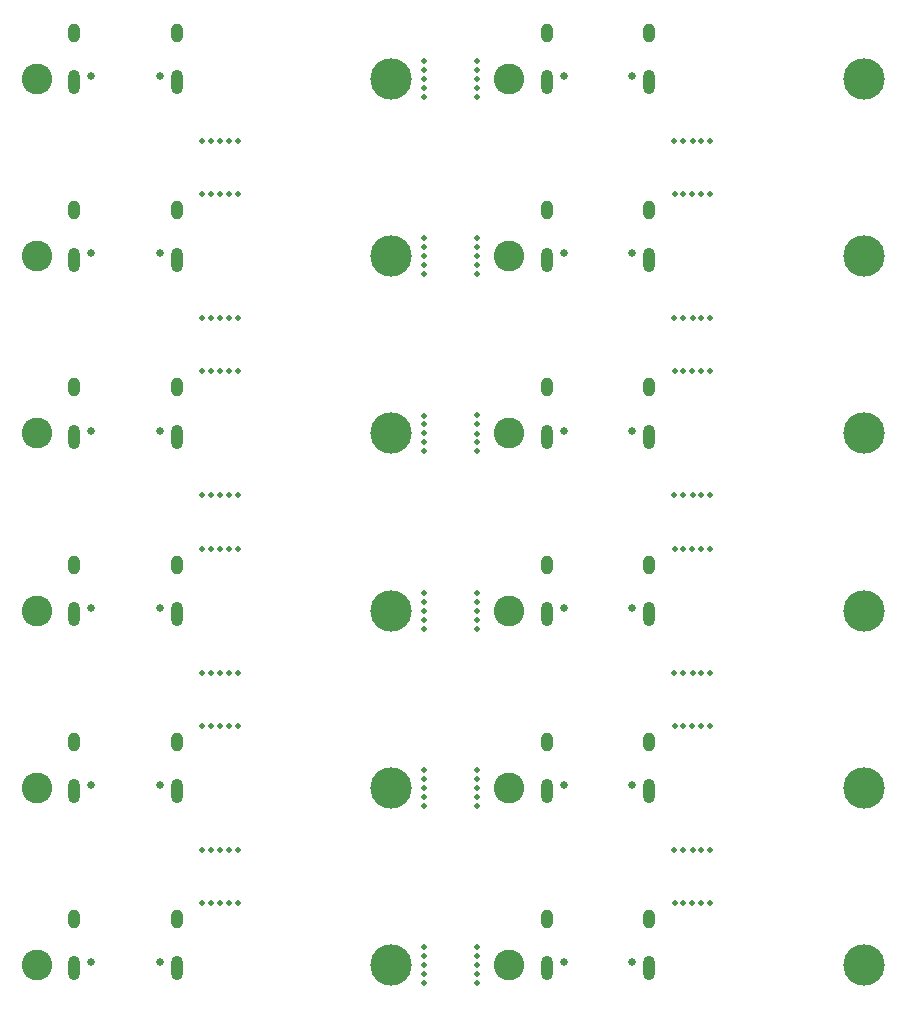
<source format=gbr>
%TF.GenerationSoftware,KiCad,Pcbnew,(5.1.11)-1*%
%TF.CreationDate,2022-08-13T18:26:06+07:00*%
%TF.ProjectId,Eclipse Voyager - Copy,45636c69-7073-4652-9056-6f7961676572,rev?*%
%TF.SameCoordinates,Original*%
%TF.FileFunction,Soldermask,Bot*%
%TF.FilePolarity,Negative*%
%FSLAX46Y46*%
G04 Gerber Fmt 4.6, Leading zero omitted, Abs format (unit mm)*
G04 Created by KiCad (PCBNEW (5.1.11)-1) date 2022-08-13 18:26:06*
%MOMM*%
%LPD*%
G01*
G04 APERTURE LIST*
%ADD10O,1.000000X1.600000*%
%ADD11O,1.000000X2.100000*%
%ADD12C,0.650000*%
%ADD13C,0.500000*%
%ADD14C,3.500000*%
%ADD15C,2.600000*%
G04 APERTURE END LIST*
D10*
%TO.C,USB1*%
X167680000Y-27600000D03*
X176320000Y-27600000D03*
D11*
X167680000Y-31780000D03*
X176320000Y-31780000D03*
D12*
X174890000Y-31250000D03*
X169110000Y-31250000D03*
%TD*%
D13*
%TO.C,mouse-bite-3mm-slot*%
X179238000Y-41250000D03*
X178488000Y-41250000D03*
X179988000Y-41250000D03*
X180762000Y-41250000D03*
X181524000Y-41250000D03*
%TD*%
%TO.C,mouse-bite-3mm-slot*%
X178476000Y-96750000D03*
X179238000Y-96750000D03*
X180012000Y-96750000D03*
X181512000Y-96750000D03*
X180762000Y-96750000D03*
%TD*%
%TO.C,mouse-bite-3mm-slot*%
X138476000Y-96750000D03*
X139238000Y-96750000D03*
X140012000Y-96750000D03*
X141512000Y-96750000D03*
X140762000Y-96750000D03*
%TD*%
%TO.C,mouse-bite-3mm-slot*%
X178476000Y-81750000D03*
X179238000Y-81750000D03*
X180012000Y-81750000D03*
X181512000Y-81750000D03*
X180762000Y-81750000D03*
%TD*%
%TO.C,mouse-bite-3mm-slot*%
X138476000Y-81750000D03*
X139238000Y-81750000D03*
X140012000Y-81750000D03*
X141512000Y-81750000D03*
X140762000Y-81750000D03*
%TD*%
%TO.C,mouse-bite-3mm-slot*%
X178476000Y-66750000D03*
X179238000Y-66750000D03*
X180012000Y-66750000D03*
X181512000Y-66750000D03*
X180762000Y-66750000D03*
%TD*%
%TO.C,mouse-bite-3mm-slot*%
X138476000Y-66750000D03*
X139238000Y-66750000D03*
X140012000Y-66750000D03*
X141512000Y-66750000D03*
X140762000Y-66750000D03*
%TD*%
%TO.C,mouse-bite-3mm-slot*%
X178476000Y-51750000D03*
X179238000Y-51750000D03*
X180012000Y-51750000D03*
X181512000Y-51750000D03*
X180762000Y-51750000D03*
%TD*%
%TO.C,mouse-bite-3mm-slot*%
X138476000Y-51750000D03*
X139238000Y-51750000D03*
X140012000Y-51750000D03*
X141512000Y-51750000D03*
X140762000Y-51750000D03*
%TD*%
%TO.C,mouse-bite-3mm-slot*%
X178476000Y-36750000D03*
X179238000Y-36750000D03*
X180012000Y-36750000D03*
X181512000Y-36750000D03*
X180762000Y-36750000D03*
%TD*%
%TO.C,mouse-bite-3mm-slot*%
X179238000Y-101250000D03*
X178488000Y-101250000D03*
X179988000Y-101250000D03*
X180762000Y-101250000D03*
X181524000Y-101250000D03*
%TD*%
%TO.C,mouse-bite-3mm-slot*%
X139238000Y-101250000D03*
X138488000Y-101250000D03*
X139988000Y-101250000D03*
X140762000Y-101250000D03*
X141524000Y-101250000D03*
%TD*%
%TO.C,mouse-bite-3mm-slot*%
X179238000Y-86250000D03*
X178488000Y-86250000D03*
X179988000Y-86250000D03*
X180762000Y-86250000D03*
X181524000Y-86250000D03*
%TD*%
%TO.C,mouse-bite-3mm-slot*%
X139238000Y-86250000D03*
X138488000Y-86250000D03*
X139988000Y-86250000D03*
X140762000Y-86250000D03*
X141524000Y-86250000D03*
%TD*%
%TO.C,mouse-bite-3mm-slot*%
X179238000Y-71250000D03*
X178488000Y-71250000D03*
X179988000Y-71250000D03*
X180762000Y-71250000D03*
X181524000Y-71250000D03*
%TD*%
%TO.C,mouse-bite-3mm-slot*%
X139238000Y-71250000D03*
X138488000Y-71250000D03*
X139988000Y-71250000D03*
X140762000Y-71250000D03*
X141524000Y-71250000D03*
%TD*%
%TO.C,mouse-bite-3mm-slot*%
X179238000Y-56250000D03*
X178488000Y-56250000D03*
X179988000Y-56250000D03*
X180762000Y-56250000D03*
X181524000Y-56250000D03*
%TD*%
%TO.C,mouse-bite-3mm-slot*%
X139238000Y-56250000D03*
X138488000Y-56250000D03*
X139988000Y-56250000D03*
X140762000Y-56250000D03*
X141524000Y-56250000D03*
%TD*%
%TO.C,mouse-bite-3mm-slot*%
X179238000Y-41250000D03*
X178488000Y-41250000D03*
X179988000Y-41250000D03*
X180762000Y-41250000D03*
X181524000Y-41250000D03*
%TD*%
%TO.C,mouse-bite-3mm-slot*%
X141524000Y-41250000D03*
X140762000Y-41250000D03*
X139988000Y-41250000D03*
X138488000Y-41250000D03*
X139238000Y-41250000D03*
%TD*%
%TO.C,mouse-bite-3mm-slot*%
X140762000Y-36750000D03*
X141512000Y-36750000D03*
X140012000Y-36750000D03*
X139238000Y-36750000D03*
X138476000Y-36750000D03*
%TD*%
%TO.C,mouse-bite-3mm-slot*%
X157250000Y-108024000D03*
X157250000Y-107262000D03*
X157250000Y-106488000D03*
X157250000Y-104988000D03*
X157250000Y-105738000D03*
%TD*%
%TO.C,mouse-bite-3mm-slot*%
X157250000Y-93024000D03*
X157250000Y-92262000D03*
X157250000Y-91488000D03*
X157250000Y-89988000D03*
X157250000Y-90738000D03*
%TD*%
%TO.C,mouse-bite-3mm-slot*%
X157250000Y-78024000D03*
X157250000Y-77262000D03*
X157250000Y-76488000D03*
X157250000Y-74988000D03*
X157250000Y-75738000D03*
%TD*%
%TO.C,mouse-bite-3mm-slot*%
X157250000Y-63024000D03*
X157250000Y-62262000D03*
X157250000Y-61488000D03*
X157250000Y-59988000D03*
X157250000Y-60738000D03*
%TD*%
%TO.C,mouse-bite-3mm-slot*%
X157250000Y-48024000D03*
X157250000Y-47262000D03*
X157250000Y-46488000D03*
X157250000Y-44988000D03*
X157250000Y-45738000D03*
%TD*%
%TO.C,mouse-bite-3mm-slot*%
X161750000Y-107262000D03*
X161750000Y-108012000D03*
X161750000Y-106512000D03*
X161750000Y-105738000D03*
X161750000Y-104976000D03*
%TD*%
%TO.C,mouse-bite-3mm-slot*%
X161750000Y-92262000D03*
X161750000Y-93012000D03*
X161750000Y-91512000D03*
X161750000Y-90738000D03*
X161750000Y-89976000D03*
%TD*%
%TO.C,mouse-bite-3mm-slot*%
X161750000Y-77262000D03*
X161750000Y-78012000D03*
X161750000Y-76512000D03*
X161750000Y-75738000D03*
X161750000Y-74976000D03*
%TD*%
%TO.C,mouse-bite-3mm-slot*%
X161750000Y-62262000D03*
X161750000Y-63012000D03*
X161750000Y-61512000D03*
X161750000Y-60738000D03*
X161750000Y-59976000D03*
%TD*%
%TO.C,mouse-bite-3mm-slot*%
X161750000Y-47262000D03*
X161750000Y-48012000D03*
X161750000Y-46512000D03*
X161750000Y-45738000D03*
X161750000Y-44976000D03*
%TD*%
%TO.C,mouse-bite-3mm-slot*%
X161750000Y-29976000D03*
X161750000Y-30738000D03*
X161750000Y-31512000D03*
X161750000Y-33012000D03*
X161750000Y-32262000D03*
%TD*%
%TO.C,mouse-bite-3mm-slot*%
X157250000Y-30738000D03*
X157250000Y-29988000D03*
X157250000Y-31488000D03*
X157250000Y-32262000D03*
X157250000Y-33024000D03*
%TD*%
D14*
%TO.C,H1*%
X194500000Y-106500000D03*
%TD*%
%TO.C,H1*%
X154500000Y-106500000D03*
%TD*%
%TO.C,H1*%
X194500000Y-91500000D03*
%TD*%
%TO.C,H1*%
X154500000Y-91500000D03*
%TD*%
%TO.C,H1*%
X194500000Y-76500000D03*
%TD*%
%TO.C,H1*%
X154500000Y-76500000D03*
%TD*%
%TO.C,H1*%
X194500000Y-61500000D03*
%TD*%
%TO.C,H1*%
X154500000Y-61500000D03*
%TD*%
%TO.C,H1*%
X194500000Y-46500000D03*
%TD*%
%TO.C,H1*%
X154500000Y-46500000D03*
%TD*%
%TO.C,H1*%
X194500000Y-31500000D03*
%TD*%
D15*
%TO.C,H2*%
X164500000Y-106500000D03*
%TD*%
%TO.C,H2*%
X124500000Y-106500000D03*
%TD*%
%TO.C,H2*%
X164500000Y-91500000D03*
%TD*%
%TO.C,H2*%
X124500000Y-91500000D03*
%TD*%
%TO.C,H2*%
X164500000Y-76500000D03*
%TD*%
%TO.C,H2*%
X124500000Y-76500000D03*
%TD*%
%TO.C,H2*%
X164500000Y-61500000D03*
%TD*%
%TO.C,H2*%
X124500000Y-61500000D03*
%TD*%
%TO.C,H2*%
X164500000Y-46500000D03*
%TD*%
%TO.C,H2*%
X124500000Y-46500000D03*
%TD*%
%TO.C,H2*%
X164500000Y-31500000D03*
%TD*%
D10*
%TO.C,USB1*%
X167680000Y-102600000D03*
X176320000Y-102600000D03*
D11*
X167680000Y-106780000D03*
X176320000Y-106780000D03*
D12*
X174890000Y-106250000D03*
X169110000Y-106250000D03*
%TD*%
D10*
%TO.C,USB1*%
X127680000Y-102600000D03*
X136320000Y-102600000D03*
D11*
X127680000Y-106780000D03*
X136320000Y-106780000D03*
D12*
X134890000Y-106250000D03*
X129110000Y-106250000D03*
%TD*%
D10*
%TO.C,USB1*%
X167680000Y-87600000D03*
X176320000Y-87600000D03*
D11*
X167680000Y-91780000D03*
X176320000Y-91780000D03*
D12*
X174890000Y-91250000D03*
X169110000Y-91250000D03*
%TD*%
D10*
%TO.C,USB1*%
X127680000Y-87600000D03*
X136320000Y-87600000D03*
D11*
X127680000Y-91780000D03*
X136320000Y-91780000D03*
D12*
X134890000Y-91250000D03*
X129110000Y-91250000D03*
%TD*%
D10*
%TO.C,USB1*%
X167680000Y-72600000D03*
X176320000Y-72600000D03*
D11*
X167680000Y-76780000D03*
X176320000Y-76780000D03*
D12*
X174890000Y-76250000D03*
X169110000Y-76250000D03*
%TD*%
D10*
%TO.C,USB1*%
X127680000Y-72600000D03*
X136320000Y-72600000D03*
D11*
X127680000Y-76780000D03*
X136320000Y-76780000D03*
D12*
X134890000Y-76250000D03*
X129110000Y-76250000D03*
%TD*%
D10*
%TO.C,USB1*%
X167680000Y-57600000D03*
X176320000Y-57600000D03*
D11*
X167680000Y-61780000D03*
X176320000Y-61780000D03*
D12*
X174890000Y-61250000D03*
X169110000Y-61250000D03*
%TD*%
D10*
%TO.C,USB1*%
X127680000Y-57600000D03*
X136320000Y-57600000D03*
D11*
X127680000Y-61780000D03*
X136320000Y-61780000D03*
D12*
X134890000Y-61250000D03*
X129110000Y-61250000D03*
%TD*%
D10*
%TO.C,USB1*%
X167680000Y-42600000D03*
X176320000Y-42600000D03*
D11*
X167680000Y-46780000D03*
X176320000Y-46780000D03*
D12*
X174890000Y-46250000D03*
X169110000Y-46250000D03*
%TD*%
D10*
%TO.C,USB1*%
X127680000Y-42600000D03*
X136320000Y-42600000D03*
D11*
X127680000Y-46780000D03*
X136320000Y-46780000D03*
D12*
X134890000Y-46250000D03*
X129110000Y-46250000D03*
%TD*%
D15*
%TO.C,H2*%
X124500000Y-31500000D03*
%TD*%
D14*
%TO.C,H1*%
X154500000Y-31500000D03*
%TD*%
D12*
%TO.C,USB1*%
X129110000Y-31250000D03*
X134890000Y-31250000D03*
D11*
X136320000Y-31780000D03*
X127680000Y-31780000D03*
D10*
X136320000Y-27600000D03*
X127680000Y-27600000D03*
%TD*%
M02*

</source>
